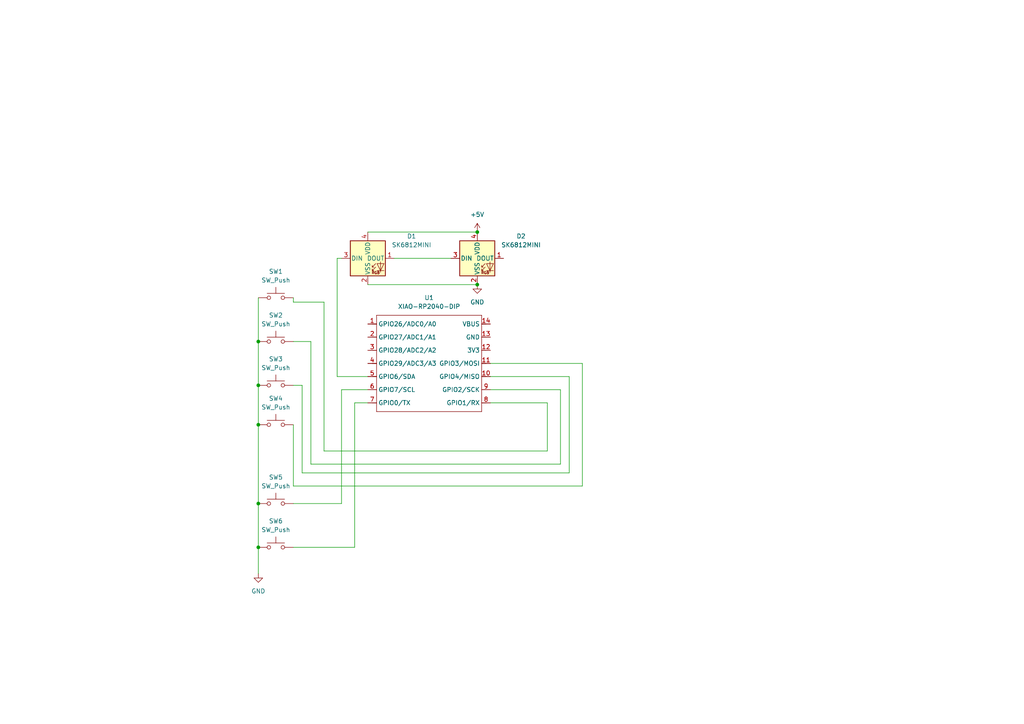
<source format=kicad_sch>
(kicad_sch
	(version 20250114)
	(generator "eeschema")
	(generator_version "9.0")
	(uuid "a6ce9980-1e3e-45fe-8250-11929828ff61")
	(paper "A4")
	(lib_symbols
		(symbol "LED:SK6812MINI"
			(pin_names
				(offset 0.254)
			)
			(exclude_from_sim no)
			(in_bom yes)
			(on_board yes)
			(property "Reference" "D"
				(at 5.08 5.715 0)
				(effects
					(font
						(size 1.27 1.27)
					)
					(justify right bottom)
				)
			)
			(property "Value" "SK6812MINI"
				(at 1.27 -5.715 0)
				(effects
					(font
						(size 1.27 1.27)
					)
					(justify left top)
				)
			)
			(property "Footprint" "LED_SMD:LED_SK6812MINI_PLCC4_3.5x3.5mm_P1.75mm"
				(at 1.27 -7.62 0)
				(effects
					(font
						(size 1.27 1.27)
					)
					(justify left top)
					(hide yes)
				)
			)
			(property "Datasheet" "https://cdn-shop.adafruit.com/product-files/2686/SK6812MINI_REV.01-1-2.pdf"
				(at 2.54 -9.525 0)
				(effects
					(font
						(size 1.27 1.27)
					)
					(justify left top)
					(hide yes)
				)
			)
			(property "Description" "RGB LED with integrated controller"
				(at 0 0 0)
				(effects
					(font
						(size 1.27 1.27)
					)
					(hide yes)
				)
			)
			(property "ki_keywords" "RGB LED NeoPixel Mini addressable"
				(at 0 0 0)
				(effects
					(font
						(size 1.27 1.27)
					)
					(hide yes)
				)
			)
			(property "ki_fp_filters" "LED*SK6812MINI*PLCC*3.5x3.5mm*P1.75mm*"
				(at 0 0 0)
				(effects
					(font
						(size 1.27 1.27)
					)
					(hide yes)
				)
			)
			(symbol "SK6812MINI_0_0"
				(text "RGB"
					(at 2.286 -4.191 0)
					(effects
						(font
							(size 0.762 0.762)
						)
					)
				)
			)
			(symbol "SK6812MINI_0_1"
				(polyline
					(pts
						(xy 1.27 -2.54) (xy 1.778 -2.54)
					)
					(stroke
						(width 0)
						(type default)
					)
					(fill
						(type none)
					)
				)
				(polyline
					(pts
						(xy 1.27 -3.556) (xy 1.778 -3.556)
					)
					(stroke
						(width 0)
						(type default)
					)
					(fill
						(type none)
					)
				)
				(polyline
					(pts
						(xy 2.286 -1.524) (xy 1.27 -2.54) (xy 1.27 -2.032)
					)
					(stroke
						(width 0)
						(type default)
					)
					(fill
						(type none)
					)
				)
				(polyline
					(pts
						(xy 2.286 -2.54) (xy 1.27 -3.556) (xy 1.27 -3.048)
					)
					(stroke
						(width 0)
						(type default)
					)
					(fill
						(type none)
					)
				)
				(polyline
					(pts
						(xy 3.683 -1.016) (xy 3.683 -3.556) (xy 3.683 -4.064)
					)
					(stroke
						(width 0)
						(type default)
					)
					(fill
						(type none)
					)
				)
				(polyline
					(pts
						(xy 4.699 -1.524) (xy 2.667 -1.524) (xy 3.683 -3.556) (xy 4.699 -1.524)
					)
					(stroke
						(width 0)
						(type default)
					)
					(fill
						(type none)
					)
				)
				(polyline
					(pts
						(xy 4.699 -3.556) (xy 2.667 -3.556)
					)
					(stroke
						(width 0)
						(type default)
					)
					(fill
						(type none)
					)
				)
				(rectangle
					(start 5.08 5.08)
					(end -5.08 -5.08)
					(stroke
						(width 0.254)
						(type default)
					)
					(fill
						(type background)
					)
				)
			)
			(symbol "SK6812MINI_1_1"
				(pin input line
					(at -7.62 0 0)
					(length 2.54)
					(name "DIN"
						(effects
							(font
								(size 1.27 1.27)
							)
						)
					)
					(number "3"
						(effects
							(font
								(size 1.27 1.27)
							)
						)
					)
				)
				(pin power_in line
					(at 0 7.62 270)
					(length 2.54)
					(name "VDD"
						(effects
							(font
								(size 1.27 1.27)
							)
						)
					)
					(number "4"
						(effects
							(font
								(size 1.27 1.27)
							)
						)
					)
				)
				(pin power_in line
					(at 0 -7.62 90)
					(length 2.54)
					(name "VSS"
						(effects
							(font
								(size 1.27 1.27)
							)
						)
					)
					(number "2"
						(effects
							(font
								(size 1.27 1.27)
							)
						)
					)
				)
				(pin output line
					(at 7.62 0 180)
					(length 2.54)
					(name "DOUT"
						(effects
							(font
								(size 1.27 1.27)
							)
						)
					)
					(number "1"
						(effects
							(font
								(size 1.27 1.27)
							)
						)
					)
				)
			)
			(embedded_fonts no)
		)
		(symbol "OPL:XIAO-RP2040-DIP"
			(exclude_from_sim no)
			(in_bom yes)
			(on_board yes)
			(property "Reference" "U"
				(at 0 0 0)
				(effects
					(font
						(size 1.27 1.27)
					)
				)
			)
			(property "Value" "XIAO-RP2040-DIP"
				(at 5.334 -1.778 0)
				(effects
					(font
						(size 1.27 1.27)
					)
				)
			)
			(property "Footprint" "Module:MOUDLE14P-XIAO-DIP-SMD"
				(at 14.478 -32.258 0)
				(effects
					(font
						(size 1.27 1.27)
					)
					(hide yes)
				)
			)
			(property "Datasheet" ""
				(at 0 0 0)
				(effects
					(font
						(size 1.27 1.27)
					)
					(hide yes)
				)
			)
			(property "Description" ""
				(at 0 0 0)
				(effects
					(font
						(size 1.27 1.27)
					)
					(hide yes)
				)
			)
			(symbol "XIAO-RP2040-DIP_1_0"
				(polyline
					(pts
						(xy -1.27 -2.54) (xy 29.21 -2.54)
					)
					(stroke
						(width 0.1524)
						(type solid)
					)
					(fill
						(type none)
					)
				)
				(polyline
					(pts
						(xy -1.27 -5.08) (xy -2.54 -5.08)
					)
					(stroke
						(width 0.1524)
						(type solid)
					)
					(fill
						(type none)
					)
				)
				(polyline
					(pts
						(xy -1.27 -5.08) (xy -1.27 -2.54)
					)
					(stroke
						(width 0.1524)
						(type solid)
					)
					(fill
						(type none)
					)
				)
				(polyline
					(pts
						(xy -1.27 -8.89) (xy -2.54 -8.89)
					)
					(stroke
						(width 0.1524)
						(type solid)
					)
					(fill
						(type none)
					)
				)
				(polyline
					(pts
						(xy -1.27 -8.89) (xy -1.27 -5.08)
					)
					(stroke
						(width 0.1524)
						(type solid)
					)
					(fill
						(type none)
					)
				)
				(polyline
					(pts
						(xy -1.27 -12.7) (xy -2.54 -12.7)
					)
					(stroke
						(width 0.1524)
						(type solid)
					)
					(fill
						(type none)
					)
				)
				(polyline
					(pts
						(xy -1.27 -12.7) (xy -1.27 -8.89)
					)
					(stroke
						(width 0.1524)
						(type solid)
					)
					(fill
						(type none)
					)
				)
				(polyline
					(pts
						(xy -1.27 -16.51) (xy -2.54 -16.51)
					)
					(stroke
						(width 0.1524)
						(type solid)
					)
					(fill
						(type none)
					)
				)
				(polyline
					(pts
						(xy -1.27 -16.51) (xy -1.27 -12.7)
					)
					(stroke
						(width 0.1524)
						(type solid)
					)
					(fill
						(type none)
					)
				)
				(polyline
					(pts
						(xy -1.27 -20.32) (xy -2.54 -20.32)
					)
					(stroke
						(width 0.1524)
						(type solid)
					)
					(fill
						(type none)
					)
				)
				(polyline
					(pts
						(xy -1.27 -24.13) (xy -2.54 -24.13)
					)
					(stroke
						(width 0.1524)
						(type solid)
					)
					(fill
						(type none)
					)
				)
				(polyline
					(pts
						(xy -1.27 -27.94) (xy -2.54 -27.94)
					)
					(stroke
						(width 0.1524)
						(type solid)
					)
					(fill
						(type none)
					)
				)
				(polyline
					(pts
						(xy -1.27 -30.48) (xy -1.27 -16.51)
					)
					(stroke
						(width 0.1524)
						(type solid)
					)
					(fill
						(type none)
					)
				)
				(polyline
					(pts
						(xy 29.21 -2.54) (xy 29.21 -5.08)
					)
					(stroke
						(width 0.1524)
						(type solid)
					)
					(fill
						(type none)
					)
				)
				(polyline
					(pts
						(xy 29.21 -5.08) (xy 29.21 -8.89)
					)
					(stroke
						(width 0.1524)
						(type solid)
					)
					(fill
						(type none)
					)
				)
				(polyline
					(pts
						(xy 29.21 -8.89) (xy 29.21 -12.7)
					)
					(stroke
						(width 0.1524)
						(type solid)
					)
					(fill
						(type none)
					)
				)
				(polyline
					(pts
						(xy 29.21 -12.7) (xy 29.21 -30.48)
					)
					(stroke
						(width 0.1524)
						(type solid)
					)
					(fill
						(type none)
					)
				)
				(polyline
					(pts
						(xy 29.21 -30.48) (xy -1.27 -30.48)
					)
					(stroke
						(width 0.1524)
						(type solid)
					)
					(fill
						(type none)
					)
				)
				(polyline
					(pts
						(xy 30.48 -5.08) (xy 29.21 -5.08)
					)
					(stroke
						(width 0.1524)
						(type solid)
					)
					(fill
						(type none)
					)
				)
				(polyline
					(pts
						(xy 30.48 -8.89) (xy 29.21 -8.89)
					)
					(stroke
						(width 0.1524)
						(type solid)
					)
					(fill
						(type none)
					)
				)
				(polyline
					(pts
						(xy 30.48 -12.7) (xy 29.21 -12.7)
					)
					(stroke
						(width 0.1524)
						(type solid)
					)
					(fill
						(type none)
					)
				)
				(polyline
					(pts
						(xy 30.48 -16.51) (xy 29.21 -16.51)
					)
					(stroke
						(width 0.1524)
						(type solid)
					)
					(fill
						(type none)
					)
				)
				(polyline
					(pts
						(xy 30.48 -20.32) (xy 29.21 -20.32)
					)
					(stroke
						(width 0.1524)
						(type solid)
					)
					(fill
						(type none)
					)
				)
				(polyline
					(pts
						(xy 30.48 -24.13) (xy 29.21 -24.13)
					)
					(stroke
						(width 0.1524)
						(type solid)
					)
					(fill
						(type none)
					)
				)
				(polyline
					(pts
						(xy 30.48 -27.94) (xy 29.21 -27.94)
					)
					(stroke
						(width 0.1524)
						(type solid)
					)
					(fill
						(type none)
					)
				)
				(pin passive line
					(at -3.81 -5.08 0)
					(length 2.54)
					(name "GPIO26/ADC0/A0"
						(effects
							(font
								(size 1.27 1.27)
							)
						)
					)
					(number "1"
						(effects
							(font
								(size 1.27 1.27)
							)
						)
					)
				)
				(pin passive line
					(at -3.81 -8.89 0)
					(length 2.54)
					(name "GPIO27/ADC1/A1"
						(effects
							(font
								(size 1.27 1.27)
							)
						)
					)
					(number "2"
						(effects
							(font
								(size 1.27 1.27)
							)
						)
					)
				)
				(pin passive line
					(at -3.81 -12.7 0)
					(length 2.54)
					(name "GPIO28/ADC2/A2"
						(effects
							(font
								(size 1.27 1.27)
							)
						)
					)
					(number "3"
						(effects
							(font
								(size 1.27 1.27)
							)
						)
					)
				)
				(pin passive line
					(at -3.81 -16.51 0)
					(length 2.54)
					(name "GPIO29/ADC3/A3"
						(effects
							(font
								(size 1.27 1.27)
							)
						)
					)
					(number "4"
						(effects
							(font
								(size 1.27 1.27)
							)
						)
					)
				)
				(pin passive line
					(at -3.81 -20.32 0)
					(length 2.54)
					(name "GPIO6/SDA"
						(effects
							(font
								(size 1.27 1.27)
							)
						)
					)
					(number "5"
						(effects
							(font
								(size 1.27 1.27)
							)
						)
					)
				)
				(pin passive line
					(at -3.81 -24.13 0)
					(length 2.54)
					(name "GPIO7/SCL"
						(effects
							(font
								(size 1.27 1.27)
							)
						)
					)
					(number "6"
						(effects
							(font
								(size 1.27 1.27)
							)
						)
					)
				)
				(pin passive line
					(at -3.81 -27.94 0)
					(length 2.54)
					(name "GPIO0/TX"
						(effects
							(font
								(size 1.27 1.27)
							)
						)
					)
					(number "7"
						(effects
							(font
								(size 1.27 1.27)
							)
						)
					)
				)
				(pin passive line
					(at 31.75 -5.08 180)
					(length 2.54)
					(name "VBUS"
						(effects
							(font
								(size 1.27 1.27)
							)
						)
					)
					(number "14"
						(effects
							(font
								(size 1.27 1.27)
							)
						)
					)
				)
				(pin passive line
					(at 31.75 -8.89 180)
					(length 2.54)
					(name "GND"
						(effects
							(font
								(size 1.27 1.27)
							)
						)
					)
					(number "13"
						(effects
							(font
								(size 1.27 1.27)
							)
						)
					)
				)
				(pin passive line
					(at 31.75 -12.7 180)
					(length 2.54)
					(name "3V3"
						(effects
							(font
								(size 1.27 1.27)
							)
						)
					)
					(number "12"
						(effects
							(font
								(size 1.27 1.27)
							)
						)
					)
				)
				(pin passive line
					(at 31.75 -16.51 180)
					(length 2.54)
					(name "GPIO3/MOSI"
						(effects
							(font
								(size 1.27 1.27)
							)
						)
					)
					(number "11"
						(effects
							(font
								(size 1.27 1.27)
							)
						)
					)
				)
				(pin passive line
					(at 31.75 -20.32 180)
					(length 2.54)
					(name "GPIO4/MISO"
						(effects
							(font
								(size 1.27 1.27)
							)
						)
					)
					(number "10"
						(effects
							(font
								(size 1.27 1.27)
							)
						)
					)
				)
				(pin passive line
					(at 31.75 -24.13 180)
					(length 2.54)
					(name "GPIO2/SCK"
						(effects
							(font
								(size 1.27 1.27)
							)
						)
					)
					(number "9"
						(effects
							(font
								(size 1.27 1.27)
							)
						)
					)
				)
				(pin passive line
					(at 31.75 -27.94 180)
					(length 2.54)
					(name "GPIO1/RX"
						(effects
							(font
								(size 1.27 1.27)
							)
						)
					)
					(number "8"
						(effects
							(font
								(size 1.27 1.27)
							)
						)
					)
				)
			)
			(embedded_fonts no)
		)
		(symbol "Switch:SW_Push"
			(pin_numbers
				(hide yes)
			)
			(pin_names
				(offset 1.016)
				(hide yes)
			)
			(exclude_from_sim no)
			(in_bom yes)
			(on_board yes)
			(property "Reference" "SW"
				(at 1.27 2.54 0)
				(effects
					(font
						(size 1.27 1.27)
					)
					(justify left)
				)
			)
			(property "Value" "SW_Push"
				(at 0 -1.524 0)
				(effects
					(font
						(size 1.27 1.27)
					)
				)
			)
			(property "Footprint" ""
				(at 0 5.08 0)
				(effects
					(font
						(size 1.27 1.27)
					)
					(hide yes)
				)
			)
			(property "Datasheet" "~"
				(at 0 5.08 0)
				(effects
					(font
						(size 1.27 1.27)
					)
					(hide yes)
				)
			)
			(property "Description" "Push button switch, generic, two pins"
				(at 0 0 0)
				(effects
					(font
						(size 1.27 1.27)
					)
					(hide yes)
				)
			)
			(property "ki_keywords" "switch normally-open pushbutton push-button"
				(at 0 0 0)
				(effects
					(font
						(size 1.27 1.27)
					)
					(hide yes)
				)
			)
			(symbol "SW_Push_0_1"
				(circle
					(center -2.032 0)
					(radius 0.508)
					(stroke
						(width 0)
						(type default)
					)
					(fill
						(type none)
					)
				)
				(polyline
					(pts
						(xy 0 1.27) (xy 0 3.048)
					)
					(stroke
						(width 0)
						(type default)
					)
					(fill
						(type none)
					)
				)
				(circle
					(center 2.032 0)
					(radius 0.508)
					(stroke
						(width 0)
						(type default)
					)
					(fill
						(type none)
					)
				)
				(polyline
					(pts
						(xy 2.54 1.27) (xy -2.54 1.27)
					)
					(stroke
						(width 0)
						(type default)
					)
					(fill
						(type none)
					)
				)
				(pin passive line
					(at -5.08 0 0)
					(length 2.54)
					(name "1"
						(effects
							(font
								(size 1.27 1.27)
							)
						)
					)
					(number "1"
						(effects
							(font
								(size 1.27 1.27)
							)
						)
					)
				)
				(pin passive line
					(at 5.08 0 180)
					(length 2.54)
					(name "2"
						(effects
							(font
								(size 1.27 1.27)
							)
						)
					)
					(number "2"
						(effects
							(font
								(size 1.27 1.27)
							)
						)
					)
				)
			)
			(embedded_fonts no)
		)
		(symbol "power:+5V"
			(power)
			(pin_numbers
				(hide yes)
			)
			(pin_names
				(offset 0)
				(hide yes)
			)
			(exclude_from_sim no)
			(in_bom yes)
			(on_board yes)
			(property "Reference" "#PWR"
				(at 0 -3.81 0)
				(effects
					(font
						(size 1.27 1.27)
					)
					(hide yes)
				)
			)
			(property "Value" "+5V"
				(at 0 3.556 0)
				(effects
					(font
						(size 1.27 1.27)
					)
				)
			)
			(property "Footprint" ""
				(at 0 0 0)
				(effects
					(font
						(size 1.27 1.27)
					)
					(hide yes)
				)
			)
			(property "Datasheet" ""
				(at 0 0 0)
				(effects
					(font
						(size 1.27 1.27)
					)
					(hide yes)
				)
			)
			(property "Description" "Power symbol creates a global label with name \"+5V\""
				(at 0 0 0)
				(effects
					(font
						(size 1.27 1.27)
					)
					(hide yes)
				)
			)
			(property "ki_keywords" "global power"
				(at 0 0 0)
				(effects
					(font
						(size 1.27 1.27)
					)
					(hide yes)
				)
			)
			(symbol "+5V_0_1"
				(polyline
					(pts
						(xy -0.762 1.27) (xy 0 2.54)
					)
					(stroke
						(width 0)
						(type default)
					)
					(fill
						(type none)
					)
				)
				(polyline
					(pts
						(xy 0 2.54) (xy 0.762 1.27)
					)
					(stroke
						(width 0)
						(type default)
					)
					(fill
						(type none)
					)
				)
				(polyline
					(pts
						(xy 0 0) (xy 0 2.54)
					)
					(stroke
						(width 0)
						(type default)
					)
					(fill
						(type none)
					)
				)
			)
			(symbol "+5V_1_1"
				(pin power_in line
					(at 0 0 90)
					(length 0)
					(name "~"
						(effects
							(font
								(size 1.27 1.27)
							)
						)
					)
					(number "1"
						(effects
							(font
								(size 1.27 1.27)
							)
						)
					)
				)
			)
			(embedded_fonts no)
		)
		(symbol "power:GND"
			(power)
			(pin_numbers
				(hide yes)
			)
			(pin_names
				(offset 0)
				(hide yes)
			)
			(exclude_from_sim no)
			(in_bom yes)
			(on_board yes)
			(property "Reference" "#PWR"
				(at 0 -6.35 0)
				(effects
					(font
						(size 1.27 1.27)
					)
					(hide yes)
				)
			)
			(property "Value" "GND"
				(at 0 -3.81 0)
				(effects
					(font
						(size 1.27 1.27)
					)
				)
			)
			(property "Footprint" ""
				(at 0 0 0)
				(effects
					(font
						(size 1.27 1.27)
					)
					(hide yes)
				)
			)
			(property "Datasheet" ""
				(at 0 0 0)
				(effects
					(font
						(size 1.27 1.27)
					)
					(hide yes)
				)
			)
			(property "Description" "Power symbol creates a global label with name \"GND\" , ground"
				(at 0 0 0)
				(effects
					(font
						(size 1.27 1.27)
					)
					(hide yes)
				)
			)
			(property "ki_keywords" "global power"
				(at 0 0 0)
				(effects
					(font
						(size 1.27 1.27)
					)
					(hide yes)
				)
			)
			(symbol "GND_0_1"
				(polyline
					(pts
						(xy 0 0) (xy 0 -1.27) (xy 1.27 -1.27) (xy 0 -2.54) (xy -1.27 -1.27) (xy 0 -1.27)
					)
					(stroke
						(width 0)
						(type default)
					)
					(fill
						(type none)
					)
				)
			)
			(symbol "GND_1_1"
				(pin power_in line
					(at 0 0 270)
					(length 0)
					(name "~"
						(effects
							(font
								(size 1.27 1.27)
							)
						)
					)
					(number "1"
						(effects
							(font
								(size 1.27 1.27)
							)
						)
					)
				)
			)
			(embedded_fonts no)
		)
	)
	(junction
		(at 74.93 123.19)
		(diameter 0)
		(color 0 0 0 0)
		(uuid "02c9216a-50ea-42aa-9ab4-afc07f7f37bd")
	)
	(junction
		(at 74.93 158.75)
		(diameter 0)
		(color 0 0 0 0)
		(uuid "35477b12-4ce8-4f0b-8e82-bedadc77f53e")
	)
	(junction
		(at 138.43 67.31)
		(diameter 0)
		(color 0 0 0 0)
		(uuid "44d8a44e-1fb0-4f3b-ac8d-49c330ce5e1a")
	)
	(junction
		(at 74.93 111.76)
		(diameter 0)
		(color 0 0 0 0)
		(uuid "84fe4271-c96d-4b39-a9e9-b4efd5d1197b")
	)
	(junction
		(at 138.43 82.55)
		(diameter 0)
		(color 0 0 0 0)
		(uuid "9aa9cbd1-4460-4d7c-94c5-feef24e76028")
	)
	(junction
		(at 74.93 99.06)
		(diameter 0)
		(color 0 0 0 0)
		(uuid "c7bf212b-83f2-453c-a728-6035786db100")
	)
	(junction
		(at 74.93 146.05)
		(diameter 0)
		(color 0 0 0 0)
		(uuid "e5bab1b0-dcb7-48e5-9814-97e08a5de890")
	)
	(wire
		(pts
			(xy 87.63 111.76) (xy 85.09 111.76)
		)
		(stroke
			(width 0)
			(type default)
		)
		(uuid "04154558-41d7-4b50-904b-6e2b9508f224")
	)
	(wire
		(pts
			(xy 99.06 113.03) (xy 106.68 113.03)
		)
		(stroke
			(width 0)
			(type default)
		)
		(uuid "0facab8c-04d9-48e7-801d-1bdce40048f2")
	)
	(wire
		(pts
			(xy 74.93 111.76) (xy 74.93 123.19)
		)
		(stroke
			(width 0)
			(type default)
		)
		(uuid "12314997-2665-453d-9756-4136557f84bb")
	)
	(wire
		(pts
			(xy 74.93 86.36) (xy 74.93 99.06)
		)
		(stroke
			(width 0)
			(type default)
		)
		(uuid "1280a645-69b8-467b-9650-271df58bda12")
	)
	(wire
		(pts
			(xy 85.09 146.05) (xy 99.06 146.05)
		)
		(stroke
			(width 0)
			(type default)
		)
		(uuid "21909db3-bcbe-41dd-b5fc-0b7510ad9977")
	)
	(wire
		(pts
			(xy 74.93 158.75) (xy 74.93 166.37)
		)
		(stroke
			(width 0)
			(type default)
		)
		(uuid "226fd16b-3c59-4f14-b0a9-f0447c7da2a3")
	)
	(wire
		(pts
			(xy 165.1 137.16) (xy 87.63 137.16)
		)
		(stroke
			(width 0)
			(type default)
		)
		(uuid "33a9b874-384b-4227-8a40-52b0317cfff7")
	)
	(wire
		(pts
			(xy 106.68 82.55) (xy 138.43 82.55)
		)
		(stroke
			(width 0)
			(type default)
		)
		(uuid "34cb250d-219b-4d11-ad34-7307dd392da8")
	)
	(wire
		(pts
			(xy 142.24 109.22) (xy 165.1 109.22)
		)
		(stroke
			(width 0)
			(type default)
		)
		(uuid "402b3b07-aea8-4261-bd11-bfe0b2114cdb")
	)
	(wire
		(pts
			(xy 74.93 99.06) (xy 74.93 111.76)
		)
		(stroke
			(width 0)
			(type default)
		)
		(uuid "519d71fd-501f-48cd-bea3-0c838d0f5547")
	)
	(wire
		(pts
			(xy 93.98 87.63) (xy 85.09 87.63)
		)
		(stroke
			(width 0)
			(type default)
		)
		(uuid "56c8e15b-65c6-4e87-bfe7-07dd3fb07d34")
	)
	(wire
		(pts
			(xy 85.09 158.75) (xy 102.87 158.75)
		)
		(stroke
			(width 0)
			(type default)
		)
		(uuid "57b7f82f-1b16-4795-b794-333d4757ab64")
	)
	(wire
		(pts
			(xy 114.3 74.93) (xy 130.81 74.93)
		)
		(stroke
			(width 0)
			(type default)
		)
		(uuid "62501295-d4ce-4d9e-9dcc-5313400b4ebb")
	)
	(wire
		(pts
			(xy 90.17 99.06) (xy 85.09 99.06)
		)
		(stroke
			(width 0)
			(type default)
		)
		(uuid "67433d35-46c2-455b-b50c-f54403bb97ba")
	)
	(wire
		(pts
			(xy 87.63 137.16) (xy 87.63 111.76)
		)
		(stroke
			(width 0)
			(type default)
		)
		(uuid "67ae366d-86f6-4cd3-a376-760d81718d37")
	)
	(wire
		(pts
			(xy 90.17 134.62) (xy 90.17 99.06)
		)
		(stroke
			(width 0)
			(type default)
		)
		(uuid "67b08b2b-1fa2-4612-8e30-69b8abb1a798")
	)
	(wire
		(pts
			(xy 106.68 109.22) (xy 97.79 109.22)
		)
		(stroke
			(width 0)
			(type default)
		)
		(uuid "681d4c28-7baf-4c19-97b8-e586306abb5e")
	)
	(wire
		(pts
			(xy 85.09 87.63) (xy 85.09 86.36)
		)
		(stroke
			(width 0)
			(type default)
		)
		(uuid "694f60ad-e31b-4370-af97-53018823f6d2")
	)
	(wire
		(pts
			(xy 162.56 113.03) (xy 162.56 134.62)
		)
		(stroke
			(width 0)
			(type default)
		)
		(uuid "6c619ab7-fc29-459e-b4ba-00d8caf0a761")
	)
	(wire
		(pts
			(xy 102.87 116.84) (xy 106.68 116.84)
		)
		(stroke
			(width 0)
			(type default)
		)
		(uuid "75caba9b-7215-4ce0-b159-7de466239b1a")
	)
	(wire
		(pts
			(xy 142.24 113.03) (xy 162.56 113.03)
		)
		(stroke
			(width 0)
			(type default)
		)
		(uuid "7daa354f-befa-4dee-b363-0773152fcf25")
	)
	(wire
		(pts
			(xy 158.75 130.81) (xy 93.98 130.81)
		)
		(stroke
			(width 0)
			(type default)
		)
		(uuid "7fa93dbf-bfa2-4ef0-a9e5-736dcb3e9a70")
	)
	(wire
		(pts
			(xy 142.24 116.84) (xy 158.75 116.84)
		)
		(stroke
			(width 0)
			(type default)
		)
		(uuid "8326a3e5-5dc2-4f01-ab67-9e31536ff114")
	)
	(wire
		(pts
			(xy 74.93 123.19) (xy 74.93 146.05)
		)
		(stroke
			(width 0)
			(type default)
		)
		(uuid "85e65795-52d2-4734-bb5a-e340117b97ae")
	)
	(wire
		(pts
			(xy 93.98 130.81) (xy 93.98 87.63)
		)
		(stroke
			(width 0)
			(type default)
		)
		(uuid "a11c9333-4d69-412f-96e8-2356b171379d")
	)
	(wire
		(pts
			(xy 99.06 146.05) (xy 99.06 113.03)
		)
		(stroke
			(width 0)
			(type default)
		)
		(uuid "ab05a906-f2dd-408c-85d5-c6ca1b8145de")
	)
	(wire
		(pts
			(xy 97.79 74.93) (xy 99.06 74.93)
		)
		(stroke
			(width 0)
			(type default)
		)
		(uuid "b5ff62d7-c304-492d-9b74-da85977ab4eb")
	)
	(wire
		(pts
			(xy 142.24 105.41) (xy 168.91 105.41)
		)
		(stroke
			(width 0)
			(type default)
		)
		(uuid "bef61ae8-b906-4a68-bf2f-9b23347f1c1e")
	)
	(wire
		(pts
			(xy 106.68 67.31) (xy 138.43 67.31)
		)
		(stroke
			(width 0)
			(type default)
		)
		(uuid "c24a1617-ecf2-47d3-9416-72ac8485e6f6")
	)
	(wire
		(pts
			(xy 85.09 123.19) (xy 85.09 140.97)
		)
		(stroke
			(width 0)
			(type default)
		)
		(uuid "c7400da2-6c6f-4bf6-8a01-dd4a4251a744")
	)
	(wire
		(pts
			(xy 97.79 109.22) (xy 97.79 74.93)
		)
		(stroke
			(width 0)
			(type default)
		)
		(uuid "cf4cee56-9b95-4c83-a075-1486894ba6b2")
	)
	(wire
		(pts
			(xy 168.91 105.41) (xy 168.91 140.97)
		)
		(stroke
			(width 0)
			(type default)
		)
		(uuid "d4382ca2-f2b0-40f4-a96c-dffbe859b105")
	)
	(wire
		(pts
			(xy 168.91 140.97) (xy 85.09 140.97)
		)
		(stroke
			(width 0)
			(type default)
		)
		(uuid "d49a349d-c369-4457-a93d-fd40f1e0255d")
	)
	(wire
		(pts
			(xy 102.87 158.75) (xy 102.87 116.84)
		)
		(stroke
			(width 0)
			(type default)
		)
		(uuid "d7e6a693-5896-44be-9850-dab16ee55f57")
	)
	(wire
		(pts
			(xy 165.1 109.22) (xy 165.1 137.16)
		)
		(stroke
			(width 0)
			(type default)
		)
		(uuid "dbb14c44-e715-43e3-bdb4-69d4828a1c1e")
	)
	(wire
		(pts
			(xy 158.75 116.84) (xy 158.75 130.81)
		)
		(stroke
			(width 0)
			(type default)
		)
		(uuid "e68531b2-c93e-4c3f-a387-f1a62747aa4b")
	)
	(wire
		(pts
			(xy 162.56 134.62) (xy 90.17 134.62)
		)
		(stroke
			(width 0)
			(type default)
		)
		(uuid "f3a42df0-fd6f-4c14-9f01-172884f134a5")
	)
	(wire
		(pts
			(xy 74.93 146.05) (xy 74.93 158.75)
		)
		(stroke
			(width 0)
			(type default)
		)
		(uuid "fba32efa-4491-4d25-9d14-9bf12493ec43")
	)
	(symbol
		(lib_id "LED:SK6812MINI")
		(at 106.68 74.93 0)
		(unit 1)
		(exclude_from_sim no)
		(in_bom yes)
		(on_board yes)
		(dnp no)
		(fields_autoplaced yes)
		(uuid "14e5ca31-1fb6-4994-af8d-6eb0702d16b6")
		(property "Reference" "D1"
			(at 119.38 68.5098 0)
			(effects
				(font
					(size 1.27 1.27)
				)
			)
		)
		(property "Value" "SK6812MINI"
			(at 119.38 71.0498 0)
			(effects
				(font
					(size 1.27 1.27)
				)
			)
		)
		(property "Footprint" "LED_SMD:LED_SK6812MINI_PLCC4_3.5x3.5mm_P1.75mm"
			(at 107.95 82.55 0)
			(effects
				(font
					(size 1.27 1.27)
				)
				(justify left top)
				(hide yes)
			)
		)
		(property "Datasheet" "https://cdn-shop.adafruit.com/product-files/2686/SK6812MINI_REV.01-1-2.pdf"
			(at 109.22 84.455 0)
			(effects
				(font
					(size 1.27 1.27)
				)
				(justify left top)
				(hide yes)
			)
		)
		(property "Description" "RGB LED with integrated controller"
			(at 106.68 74.93 0)
			(effects
				(font
					(size 1.27 1.27)
				)
				(hide yes)
			)
		)
		(pin "2"
			(uuid "84fabedf-6151-458a-bc1c-25fc654ca707")
		)
		(pin "1"
			(uuid "1118f541-a1e1-4f1e-86dd-9cfd020d6eb0")
		)
		(pin "3"
			(uuid "fc8589a7-af62-44ed-9c03-889cc709dc94")
		)
		(pin "4"
			(uuid "37e222b1-2ad4-4901-b9d8-746b9cdb5519")
		)
		(instances
			(project ""
				(path "/a6ce9980-1e3e-45fe-8250-11929828ff61"
					(reference "D1")
					(unit 1)
				)
			)
		)
	)
	(symbol
		(lib_id "Switch:SW_Push")
		(at 80.01 99.06 0)
		(unit 1)
		(exclude_from_sim no)
		(in_bom yes)
		(on_board yes)
		(dnp no)
		(fields_autoplaced yes)
		(uuid "4593e66f-e823-4f1b-b531-7542d92919ba")
		(property "Reference" "SW2"
			(at 80.01 91.44 0)
			(effects
				(font
					(size 1.27 1.27)
				)
			)
		)
		(property "Value" "SW_Push"
			(at 80.01 93.98 0)
			(effects
				(font
					(size 1.27 1.27)
				)
			)
		)
		(property "Footprint" "Button_Switch_Keyboard:SW_Cherry_MX_1.00u_PCB"
			(at 80.01 93.98 0)
			(effects
				(font
					(size 1.27 1.27)
				)
				(hide yes)
			)
		)
		(property "Datasheet" "~"
			(at 80.01 93.98 0)
			(effects
				(font
					(size 1.27 1.27)
				)
				(hide yes)
			)
		)
		(property "Description" "Push button switch, generic, two pins"
			(at 80.01 99.06 0)
			(effects
				(font
					(size 1.27 1.27)
				)
				(hide yes)
			)
		)
		(pin "1"
			(uuid "da16c1d4-7528-46ab-8350-61f4d4e8638f")
		)
		(pin "2"
			(uuid "34daba90-2b84-40ea-b5ad-60f0f9ce0e07")
		)
		(instances
			(project ""
				(path "/a6ce9980-1e3e-45fe-8250-11929828ff61"
					(reference "SW2")
					(unit 1)
				)
			)
		)
	)
	(symbol
		(lib_id "power:+5V")
		(at 138.43 67.31 0)
		(unit 1)
		(exclude_from_sim no)
		(in_bom yes)
		(on_board yes)
		(dnp no)
		(fields_autoplaced yes)
		(uuid "4b63fd9b-dabb-4a02-b3a3-c1cc59e569a6")
		(property "Reference" "#PWR01"
			(at 138.43 71.12 0)
			(effects
				(font
					(size 1.27 1.27)
				)
				(hide yes)
			)
		)
		(property "Value" "+5V"
			(at 138.43 62.23 0)
			(effects
				(font
					(size 1.27 1.27)
				)
			)
		)
		(property "Footprint" ""
			(at 138.43 67.31 0)
			(effects
				(font
					(size 1.27 1.27)
				)
				(hide yes)
			)
		)
		(property "Datasheet" ""
			(at 138.43 67.31 0)
			(effects
				(font
					(size 1.27 1.27)
				)
				(hide yes)
			)
		)
		(property "Description" "Power symbol creates a global label with name \"+5V\""
			(at 138.43 67.31 0)
			(effects
				(font
					(size 1.27 1.27)
				)
				(hide yes)
			)
		)
		(pin "1"
			(uuid "b00a1465-3503-4e57-a5e1-f053cf299805")
		)
		(instances
			(project ""
				(path "/a6ce9980-1e3e-45fe-8250-11929828ff61"
					(reference "#PWR01")
					(unit 1)
				)
			)
		)
	)
	(symbol
		(lib_id "LED:SK6812MINI")
		(at 138.43 74.93 0)
		(unit 1)
		(exclude_from_sim no)
		(in_bom yes)
		(on_board yes)
		(dnp no)
		(fields_autoplaced yes)
		(uuid "5658d4bf-edf2-4b19-a52f-b1c6e342c3b8")
		(property "Reference" "D2"
			(at 151.13 68.5098 0)
			(effects
				(font
					(size 1.27 1.27)
				)
			)
		)
		(property "Value" "SK6812MINI"
			(at 151.13 71.0498 0)
			(effects
				(font
					(size 1.27 1.27)
				)
			)
		)
		(property "Footprint" "LED_SMD:LED_SK6812MINI_PLCC4_3.5x3.5mm_P1.75mm"
			(at 139.7 82.55 0)
			(effects
				(font
					(size 1.27 1.27)
				)
				(justify left top)
				(hide yes)
			)
		)
		(property "Datasheet" "https://cdn-shop.adafruit.com/product-files/2686/SK6812MINI_REV.01-1-2.pdf"
			(at 140.97 84.455 0)
			(effects
				(font
					(size 1.27 1.27)
				)
				(justify left top)
				(hide yes)
			)
		)
		(property "Description" "RGB LED with integrated controller"
			(at 138.43 74.93 0)
			(effects
				(font
					(size 1.27 1.27)
				)
				(hide yes)
			)
		)
		(pin "2"
			(uuid "e5ba7d7f-e52b-4bc1-b5c4-be9fb514c222")
		)
		(pin "3"
			(uuid "5306fe63-6678-45ce-a80c-b11b4d51370b")
		)
		(pin "1"
			(uuid "d4197d24-3157-49e2-89bd-db99471068dc")
		)
		(pin "4"
			(uuid "238d5347-4412-48a9-bab2-336c66c3e068")
		)
		(instances
			(project ""
				(path "/a6ce9980-1e3e-45fe-8250-11929828ff61"
					(reference "D2")
					(unit 1)
				)
			)
		)
	)
	(symbol
		(lib_id "Switch:SW_Push")
		(at 80.01 158.75 0)
		(unit 1)
		(exclude_from_sim no)
		(in_bom yes)
		(on_board yes)
		(dnp no)
		(fields_autoplaced yes)
		(uuid "60ed8bca-f20c-44bf-970c-a629d08d9352")
		(property "Reference" "SW6"
			(at 80.01 151.13 0)
			(effects
				(font
					(size 1.27 1.27)
				)
			)
		)
		(property "Value" "SW_Push"
			(at 80.01 153.67 0)
			(effects
				(font
					(size 1.27 1.27)
				)
			)
		)
		(property "Footprint" "Button_Switch_Keyboard:SW_Cherry_MX_1.00u_PCB"
			(at 80.01 153.67 0)
			(effects
				(font
					(size 1.27 1.27)
				)
				(hide yes)
			)
		)
		(property "Datasheet" "~"
			(at 80.01 153.67 0)
			(effects
				(font
					(size 1.27 1.27)
				)
				(hide yes)
			)
		)
		(property "Description" "Push button switch, generic, two pins"
			(at 80.01 158.75 0)
			(effects
				(font
					(size 1.27 1.27)
				)
				(hide yes)
			)
		)
		(pin "1"
			(uuid "c1ab2a74-b59a-4771-80b0-0466b47d96a7")
		)
		(pin "2"
			(uuid "8609484c-f181-4b2f-bf48-70bbc4b4e9c8")
		)
		(instances
			(project ""
				(path "/a6ce9980-1e3e-45fe-8250-11929828ff61"
					(reference "SW6")
					(unit 1)
				)
			)
		)
	)
	(symbol
		(lib_id "Switch:SW_Push")
		(at 80.01 86.36 0)
		(unit 1)
		(exclude_from_sim no)
		(in_bom yes)
		(on_board yes)
		(dnp no)
		(fields_autoplaced yes)
		(uuid "6c52e661-1f52-4e74-9158-12698ab74ac0")
		(property "Reference" "SW1"
			(at 80.01 78.74 0)
			(effects
				(font
					(size 1.27 1.27)
				)
			)
		)
		(property "Value" "SW_Push"
			(at 80.01 81.28 0)
			(effects
				(font
					(size 1.27 1.27)
				)
			)
		)
		(property "Footprint" "Button_Switch_Keyboard:SW_Cherry_MX_1.00u_PCB"
			(at 80.01 81.28 0)
			(effects
				(font
					(size 1.27 1.27)
				)
				(hide yes)
			)
		)
		(property "Datasheet" "~"
			(at 80.01 81.28 0)
			(effects
				(font
					(size 1.27 1.27)
				)
				(hide yes)
			)
		)
		(property "Description" "Push button switch, generic, two pins"
			(at 80.01 86.36 0)
			(effects
				(font
					(size 1.27 1.27)
				)
				(hide yes)
			)
		)
		(pin "1"
			(uuid "c3b59ef9-096a-4a41-9d16-5d47fe14f8ee")
		)
		(pin "2"
			(uuid "a34e00ee-6687-4b8d-ac28-b5e5e2b7df2a")
		)
		(instances
			(project ""
				(path "/a6ce9980-1e3e-45fe-8250-11929828ff61"
					(reference "SW1")
					(unit 1)
				)
			)
		)
	)
	(symbol
		(lib_id "power:GND")
		(at 74.93 166.37 0)
		(unit 1)
		(exclude_from_sim no)
		(in_bom yes)
		(on_board yes)
		(dnp no)
		(fields_autoplaced yes)
		(uuid "8271296e-c4e6-47af-8b06-7f0779d8c22a")
		(property "Reference" "#PWR03"
			(at 74.93 172.72 0)
			(effects
				(font
					(size 1.27 1.27)
				)
				(hide yes)
			)
		)
		(property "Value" "GND"
			(at 74.93 171.45 0)
			(effects
				(font
					(size 1.27 1.27)
				)
			)
		)
		(property "Footprint" ""
			(at 74.93 166.37 0)
			(effects
				(font
					(size 1.27 1.27)
				)
				(hide yes)
			)
		)
		(property "Datasheet" ""
			(at 74.93 166.37 0)
			(effects
				(font
					(size 1.27 1.27)
				)
				(hide yes)
			)
		)
		(property "Description" "Power symbol creates a global label with name \"GND\" , ground"
			(at 74.93 166.37 0)
			(effects
				(font
					(size 1.27 1.27)
				)
				(hide yes)
			)
		)
		(pin "1"
			(uuid "e64343d9-33b2-4b29-a735-1beb519db5cf")
		)
		(instances
			(project ""
				(path "/a6ce9980-1e3e-45fe-8250-11929828ff61"
					(reference "#PWR03")
					(unit 1)
				)
			)
		)
	)
	(symbol
		(lib_id "Switch:SW_Push")
		(at 80.01 146.05 0)
		(unit 1)
		(exclude_from_sim no)
		(in_bom yes)
		(on_board yes)
		(dnp no)
		(fields_autoplaced yes)
		(uuid "961c4f7d-2b9e-41f0-82a2-1696316782e0")
		(property "Reference" "SW5"
			(at 80.01 138.43 0)
			(effects
				(font
					(size 1.27 1.27)
				)
			)
		)
		(property "Value" "SW_Push"
			(at 80.01 140.97 0)
			(effects
				(font
					(size 1.27 1.27)
				)
			)
		)
		(property "Footprint" "Button_Switch_Keyboard:SW_Cherry_MX_1.00u_PCB"
			(at 80.01 140.97 0)
			(effects
				(font
					(size 1.27 1.27)
				)
				(hide yes)
			)
		)
		(property "Datasheet" "~"
			(at 80.01 140.97 0)
			(effects
				(font
					(size 1.27 1.27)
				)
				(hide yes)
			)
		)
		(property "Description" "Push button switch, generic, two pins"
			(at 80.01 146.05 0)
			(effects
				(font
					(size 1.27 1.27)
				)
				(hide yes)
			)
		)
		(pin "1"
			(uuid "9b62a93e-6ced-4cec-ae42-742dbb8747aa")
		)
		(pin "2"
			(uuid "c93b9f7c-5033-4f1e-aec2-c4e1c5bc6fc9")
		)
		(instances
			(project ""
				(path "/a6ce9980-1e3e-45fe-8250-11929828ff61"
					(reference "SW5")
					(unit 1)
				)
			)
		)
	)
	(symbol
		(lib_id "Switch:SW_Push")
		(at 80.01 111.76 0)
		(unit 1)
		(exclude_from_sim no)
		(in_bom yes)
		(on_board yes)
		(dnp no)
		(fields_autoplaced yes)
		(uuid "c88dda22-3459-49aa-8912-666189eeb904")
		(property "Reference" "SW3"
			(at 80.01 104.14 0)
			(effects
				(font
					(size 1.27 1.27)
				)
			)
		)
		(property "Value" "SW_Push"
			(at 80.01 106.68 0)
			(effects
				(font
					(size 1.27 1.27)
				)
			)
		)
		(property "Footprint" "Button_Switch_Keyboard:SW_Cherry_MX_1.00u_PCB"
			(at 80.01 106.68 0)
			(effects
				(font
					(size 1.27 1.27)
				)
				(hide yes)
			)
		)
		(property "Datasheet" "~"
			(at 80.01 106.68 0)
			(effects
				(font
					(size 1.27 1.27)
				)
				(hide yes)
			)
		)
		(property "Description" "Push button switch, generic, two pins"
			(at 80.01 111.76 0)
			(effects
				(font
					(size 1.27 1.27)
				)
				(hide yes)
			)
		)
		(pin "1"
			(uuid "e4621aba-792a-4550-b362-87d50a8cb89e")
		)
		(pin "2"
			(uuid "360c7508-75ec-41ff-ad8e-94cd9c42e328")
		)
		(instances
			(project ""
				(path "/a6ce9980-1e3e-45fe-8250-11929828ff61"
					(reference "SW3")
					(unit 1)
				)
			)
		)
	)
	(symbol
		(lib_id "power:GND")
		(at 138.43 82.55 0)
		(unit 1)
		(exclude_from_sim no)
		(in_bom yes)
		(on_board yes)
		(dnp no)
		(fields_autoplaced yes)
		(uuid "e60b2564-a4cf-46f9-bd7a-12c4fc29fb64")
		(property "Reference" "#PWR02"
			(at 138.43 88.9 0)
			(effects
				(font
					(size 1.27 1.27)
				)
				(hide yes)
			)
		)
		(property "Value" "GND"
			(at 138.43 87.63 0)
			(effects
				(font
					(size 1.27 1.27)
				)
			)
		)
		(property "Footprint" ""
			(at 138.43 82.55 0)
			(effects
				(font
					(size 1.27 1.27)
				)
				(hide yes)
			)
		)
		(property "Datasheet" ""
			(at 138.43 82.55 0)
			(effects
				(font
					(size 1.27 1.27)
				)
				(hide yes)
			)
		)
		(property "Description" "Power symbol creates a global label with name \"GND\" , ground"
			(at 138.43 82.55 0)
			(effects
				(font
					(size 1.27 1.27)
				)
				(hide yes)
			)
		)
		(pin "1"
			(uuid "a6d865ef-c35e-4c19-aa7a-f5dd95f6677b")
		)
		(instances
			(project ""
				(path "/a6ce9980-1e3e-45fe-8250-11929828ff61"
					(reference "#PWR02")
					(unit 1)
				)
			)
		)
	)
	(symbol
		(lib_id "Switch:SW_Push")
		(at 80.01 123.19 0)
		(unit 1)
		(exclude_from_sim no)
		(in_bom yes)
		(on_board yes)
		(dnp no)
		(uuid "f2e9f57d-eb36-40ec-8b1d-0ea587c8f362")
		(property "Reference" "SW4"
			(at 80.01 115.57 0)
			(effects
				(font
					(size 1.27 1.27)
				)
			)
		)
		(property "Value" "SW_Push"
			(at 80.01 118.11 0)
			(effects
				(font
					(size 1.27 1.27)
				)
			)
		)
		(property "Footprint" "Button_Switch_Keyboard:SW_Cherry_MX_1.00u_PCB"
			(at 80.01 118.11 0)
			(effects
				(font
					(size 1.27 1.27)
				)
				(hide yes)
			)
		)
		(property "Datasheet" "~"
			(at 80.01 118.11 0)
			(effects
				(font
					(size 1.27 1.27)
				)
				(hide yes)
			)
		)
		(property "Description" "Push button switch, generic, two pins"
			(at 80.01 123.19 0)
			(effects
				(font
					(size 1.27 1.27)
				)
				(hide yes)
			)
		)
		(pin "1"
			(uuid "e64208f2-afd8-4695-b6c1-5c2744a8fdb7")
		)
		(pin "2"
			(uuid "c2df28c9-3052-45f7-9dd2-3b431e6640c5")
		)
		(instances
			(project ""
				(path "/a6ce9980-1e3e-45fe-8250-11929828ff61"
					(reference "SW4")
					(unit 1)
				)
			)
		)
	)
	(symbol
		(lib_id "OPL:XIAO-RP2040-DIP")
		(at 110.49 88.9 0)
		(unit 1)
		(exclude_from_sim no)
		(in_bom yes)
		(on_board yes)
		(dnp no)
		(fields_autoplaced yes)
		(uuid "fa7d8a8a-cc4f-4a05-9f00-e07157d5089c")
		(property "Reference" "U1"
			(at 124.46 86.36 0)
			(effects
				(font
					(size 1.27 1.27)
				)
			)
		)
		(property "Value" "XIAO-RP2040-DIP"
			(at 124.46 88.9 0)
			(effects
				(font
					(size 1.27 1.27)
				)
			)
		)
		(property "Footprint" "OPL:XIAO-RP2040-DIP"
			(at 124.968 121.158 0)
			(effects
				(font
					(size 1.27 1.27)
				)
				(hide yes)
			)
		)
		(property "Datasheet" ""
			(at 110.49 88.9 0)
			(effects
				(font
					(size 1.27 1.27)
				)
				(hide yes)
			)
		)
		(property "Description" ""
			(at 110.49 88.9 0)
			(effects
				(font
					(size 1.27 1.27)
				)
				(hide yes)
			)
		)
		(pin "13"
			(uuid "ed0c25ce-4f8b-4766-877e-3428700e82e7")
		)
		(pin "5"
			(uuid "cca0ee65-5906-4547-86c3-e9c244b13645")
		)
		(pin "6"
			(uuid "473338a1-4ae8-4948-ba5f-d317306ff484")
		)
		(pin "1"
			(uuid "2fa76b21-a4d5-470a-a609-2767970e6019")
		)
		(pin "11"
			(uuid "b9b384fa-3220-43c3-825c-7184570b5784")
		)
		(pin "2"
			(uuid "8b3e36fb-7c64-4b87-bfed-4fa65cd98195")
		)
		(pin "4"
			(uuid "843b25e3-d6b8-4519-bfc1-ab0f7b50a3ba")
		)
		(pin "3"
			(uuid "af975a5a-3232-472f-bdd9-b646f099f2d3")
		)
		(pin "14"
			(uuid "bab1f49c-3438-4c53-8db5-f51cd74af1be")
		)
		(pin "7"
			(uuid "697675f5-132f-4fad-a3d3-2ea2a5a76793")
		)
		(pin "12"
			(uuid "763a91fb-01e0-498f-9b89-e3fe5830552a")
		)
		(pin "10"
			(uuid "9612ce31-983e-4e49-a2d8-fbfa71393dea")
		)
		(pin "8"
			(uuid "95504393-64fd-4038-ba9c-2e0af33deb33")
		)
		(pin "9"
			(uuid "d2879720-fee2-4795-894a-b9deb6455d84")
		)
		(instances
			(project ""
				(path "/a6ce9980-1e3e-45fe-8250-11929828ff61"
					(reference "U1")
					(unit 1)
				)
			)
		)
	)
	(sheet_instances
		(path "/"
			(page "1")
		)
	)
	(embedded_fonts no)
)

</source>
